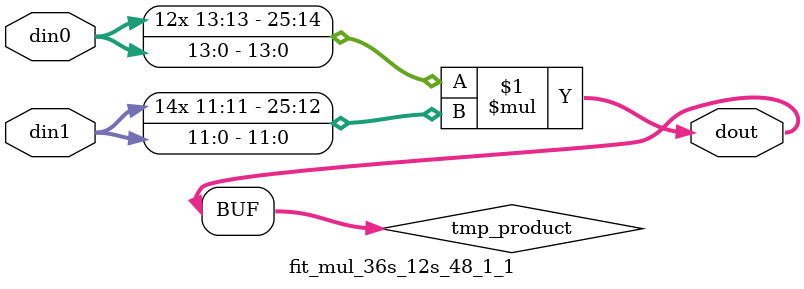
<source format=v>

`timescale 1 ns / 1 ps

  module fit_mul_36s_12s_48_1_1(din0, din1, dout);
parameter ID = 1;
parameter NUM_STAGE = 0;
parameter din0_WIDTH = 14;
parameter din1_WIDTH = 12;
parameter dout_WIDTH = 26;

input [din0_WIDTH - 1 : 0] din0; 
input [din1_WIDTH - 1 : 0] din1; 
output [dout_WIDTH - 1 : 0] dout;

wire signed [dout_WIDTH - 1 : 0] tmp_product;













assign tmp_product = $signed(din0) * $signed(din1);








assign dout = tmp_product;







endmodule

</source>
